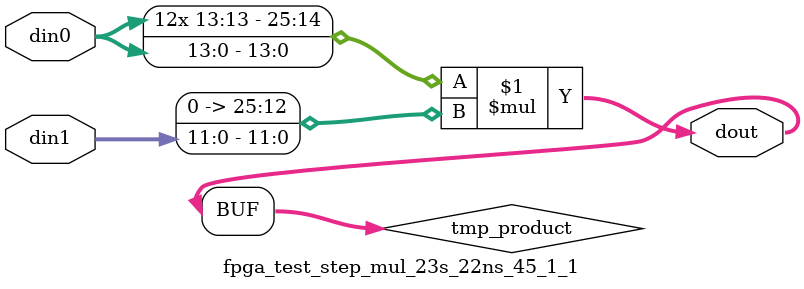
<source format=v>

`timescale 1 ns / 1 ps

  module fpga_test_step_mul_23s_22ns_45_1_1(din0, din1, dout);
parameter ID = 1;
parameter NUM_STAGE = 0;
parameter din0_WIDTH = 14;
parameter din1_WIDTH = 12;
parameter dout_WIDTH = 26;

input [din0_WIDTH - 1 : 0] din0; 
input [din1_WIDTH - 1 : 0] din1; 
output [dout_WIDTH - 1 : 0] dout;

wire signed [dout_WIDTH - 1 : 0] tmp_product;












assign tmp_product = $signed(din0) * $signed({1'b0, din1});









assign dout = tmp_product;







endmodule

</source>
